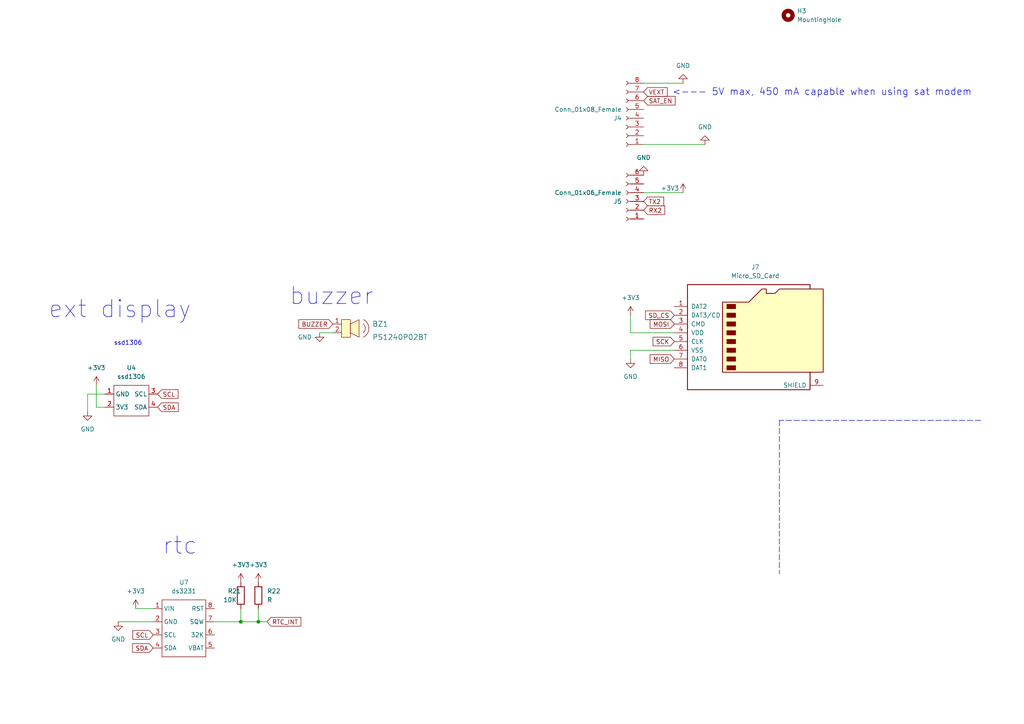
<source format=kicad_sch>
(kicad_sch (version 20211123) (generator eeschema)
  (paper "A4")
  (junction (at -270.51 30.48))
  (junction (at 35.56 -54.61))
  (junction (at 69.85 180.34))
  (junction (at -205.74 -55.88))
  (junction (at -269.24 46.99))
  (junction (at -50.165 -134.62))
  (junction (at -117.475 -132.08))
  (junction (at -270.51 38.1))
  (junction (at -58.42 6.35))
  (junction (at 43.18 -54.61))
  (junction (at 43.18 -46.99))
  (junction (at -143.51 -124.46))
  (junction (at -42.545 -134.62))
  (junction (at -58.42 17.78))
  (junction (at 74.93 180.34))
  (junction (at -58.42 25.4))
  (junction (at -123.825 -132.08))
  (junction (at -113.03 -155.575))
  (junction (at -143.51 -132.08))
  (junction (at -205.74 -48.26))
  (junction (at -157.48 -124.46))
  (junction (at 35.56 -46.99))
  (junction (at -135.89 -54.61))
  (junction (at -179.705 -132.08))
  (junction (at -269.24 54.61))
  (junction (at -135.89 -46.99))
  (junction (at -58.42 13.97))
  (junction (at -42.545 -129.54))
  (junction (at -107.315 -132.08))
  (junction (at -50.165 -129.54))
  (junction (at -58.42 15.875))
  (junction (at -36.195 -129.54))
  (wire (pts (xy -77.47 71.12) (xy -59.69 71.12)))
  (wire (pts (xy -269.24 46.99) (xy -260.35 46.99)))
  (wire (pts (xy 35.56 -46.99) (xy 35.56 -43.18)))
  (wire (pts (xy -123.825 -132.08) (xy -117.475 -132.08)))
  (wire (pts (xy -58.42 3.81) (xy -58.42 6.35)))
  (wire (pts (xy -276.86 46.99) (xy -269.24 46.99)))
  (wire (pts (xy 43.18 -46.99) (xy 43.18 -43.18)))
  (wire (pts (xy -113.03 -159.385) (xy -113.03 -155.575)))
  (wire (pts (xy 195.58 96.52) (xy 182.88 96.52)))
  (wire (pts (xy 92.71 96.52) (xy 96.52 96.52)))
  (wire (pts (xy -276.86 54.61) (xy -269.24 54.61)))
  (wire (pts (xy 62.23 180.34) (xy 69.85 180.34)))
  (wire (pts (xy -36.195 -134.62) (xy -36.195 -129.54)))
  (wire (pts (xy -58.42 13.97) (xy -58.42 15.875)))
  (wire (pts (xy -66.675 -138.43) (xy -66.675 -128.27)))
  (wire (pts (xy -42.545 -143.51) (xy -42.545 -134.62)))
  (wire (pts (xy -135.89 -54.61) (xy -125.73 -54.61)))
  (wire (pts (xy -246.38 107.95) (xy -237.49 107.95)))
  (wire (pts (xy -58.42 25.4) (xy -58.42 29.21)))
  (wire (pts (xy -278.13 38.1) (xy -270.51 38.1)))
  (wire (pts (xy -205.74 -48.26) (xy -198.12 -48.26)))
  (wire (pts (xy 27.94 111.76) (xy 27.94 118.11)))
  (wire (pts (xy -109.855 0.635) (xy -109.855 -0.635)))
  (wire (pts (xy 43.18 -46.99) (xy 53.34 -46.99)))
  (wire (pts (xy -199.39 -132.08) (xy -179.705 -132.08)))
  (wire (pts (xy -149.86 -132.08) (xy -143.51 -132.08)))
  (wire (pts (xy -135.89 -57.15) (xy -135.89 -54.61)))
  (wire (pts (xy -66.04 25.4) (xy -58.42 25.4)))
  (wire (pts (xy 74.93 180.34) (xy 77.47 180.34)))
  (wire (pts (xy -162.56 128.905) (xy -162.56 135.89)))
  (wire (pts (xy -270.51 30.48) (xy -261.62 30.48)))
  (wire (pts (xy -278.13 30.48) (xy -270.51 30.48)))
  (wire (pts (xy 198.12 55.88) (xy 186.69 55.88)))
  (wire (pts (xy -135.89 -46.99) (xy -125.73 -46.99)))
  (wire (pts (xy -117.475 -155.575) (xy -117.475 -143.51)))
  (wire (pts (xy -210.82 -48.26) (xy -205.74 -48.26)))
  (wire (pts (xy -107.315 -155.575) (xy -107.315 -151.13)))
  (wire (pts (xy -179.705 -124.46) (xy -157.48 -124.46)))
  (wire (pts (xy -104.775 0.635) (xy -109.855 0.635)))
  (wire (pts (xy 34.29 180.34) (xy 44.45 180.34)))
  (wire (pts (xy -107.315 -132.08) (xy -93.98 -132.08)))
  (polyline (pts (xy 284.48 121.92) (xy 226.06 121.92)))
  (wire (pts (xy 43.18 -57.15) (xy 43.18 -54.61)))
  (wire (pts (xy -205.74 -55.88) (xy -198.12 -55.88)))
  (wire (pts (xy -107.315 -140.97) (xy -107.315 -132.08)))
  (wire (pts (xy -42.545 -129.54) (xy -42.545 -118.11)))
  (wire (pts (xy -88.265 15.875) (xy -58.42 15.875)))
  (wire (pts (xy 25.4 114.3) (xy 25.4 119.38)))
  (wire (pts (xy -212.09 -55.88) (xy -205.74 -55.88)))
  (wire (pts (xy -66.04 13.97) (xy -58.42 13.97)))
  (wire (pts (xy 74.93 180.34) (xy 74.93 176.53)))
  (wire (pts (xy -237.49 105.41) (xy -237.49 107.95)))
  (wire (pts (xy 30.48 114.3) (xy 25.4 114.3)))
  (wire (pts (xy 35.56 -57.15) (xy 35.56 -54.61)))
  (wire (pts (xy -116.205 4.445) (xy -104.775 4.445)))
  (wire (pts (xy 30.48 118.11) (xy 27.94 118.11)))
  (wire (pts (xy -117.475 -155.575) (xy -113.03 -155.575)))
  (wire (pts (xy 69.85 176.53) (xy 69.85 180.34)))
  (wire (pts (xy -113.03 -155.575) (xy -107.315 -155.575)))
  (wire (pts (xy -50.165 -143.51) (xy -50.165 -134.62)))
  (wire (pts (xy 182.88 101.6) (xy 182.88 104.14)))
  (wire (pts (xy -36.195 -129.54) (xy -36.195 -127)))
  (wire (pts (xy -163.83 -1.905) (xy -163.83 3.81)))
  (wire (pts (xy 43.18 -54.61) (xy 53.34 -54.61)))
  (wire (pts (xy 39.37 176.53) (xy 44.45 176.53)))
  (wire (pts (xy -72.39 73.66) (xy -59.69 73.66)))
  (wire (pts (xy -58.42 15.875) (xy -58.42 17.78)))
  (wire (pts (xy -143.51 -132.08) (xy -123.825 -132.08)))
  (wire (pts (xy 186.69 24.13) (xy 198.12 24.13)))
  (wire (pts (xy -42.545 -134.62) (xy -36.195 -134.62)))
  (wire (pts (xy -100.33 -128.27) (xy -93.98 -128.27)))
  (wire (pts (xy -117.475 -132.08) (xy -107.315 -132.08)))
  (wire (pts (xy -77.47 -132.08) (xy -60.325 -132.08)))
  (wire (pts (xy -77.47 -128.27) (xy -66.675 -128.27)))
  (wire (pts (xy -117.475 -135.89) (xy -117.475 -132.08)))
  (wire (pts (xy 195.58 101.6) (xy 182.88 101.6)))
  (wire (pts (xy -165.1 -132.08) (xy -179.705 -132.08)))
  (wire (pts (xy 204.47 41.91) (xy 186.69 41.91)))
  (wire (pts (xy 27.94 -54.61) (xy 35.56 -54.61)))
  (wire (pts (xy -162.56 135.89) (xy -149.86 135.89)))
  (wire (pts (xy -50.165 -129.54) (xy -50.165 -118.11)))
  (wire (pts (xy -42.545 -129.54) (xy -36.195 -129.54)))
  (wire (pts (xy -157.48 -124.46) (xy -143.51 -124.46)))
  (wire (pts (xy 182.88 96.52) (xy 182.88 91.44)))
  (wire (pts (xy -66.04 17.78) (xy -58.42 17.78)))
  (wire (pts (xy -170.18 130.81) (xy -149.86 130.81)))
  (wire (pts (xy 69.85 180.34) (xy 74.93 180.34)))
  (wire (pts (xy -66.04 6.35) (xy -58.42 6.35)))
  (wire (pts (xy 27.94 -46.99) (xy 35.56 -46.99)))
  (polyline (pts (xy 226.06 121.92) (xy 226.06 166.37)))
  (wire (pts (xy -55.88 -74.295) (xy -44.45 -74.295)))
  (wire (pts (xy -143.51 -124.46) (xy -123.825 -124.46)))
  (text "buzzer" (at 83.82 88.9 0) (effects (font (size 5 5)) (justify left bottom)))
  (text "pull-downs" (at -284.48 17.78 0) (effects (font (size 5 5)) (justify left bottom)))
  (text "vext measure" (at -100.965 -11.43 0) (effects (font (size 5 5)) (justify left bottom)))
  (text "gps" (at -148.59 114.3 0) (effects (font (size 5 5)) (justify left bottom)))
  (text "lora" (at -270.51 88.9 0) (effects (font (size 5 5)) (justify left bottom)))
  (text "<--- 5V max, 450 mA capable when using sat modem" (at 194.945 27.94 0) (effects (font (size 2 2)) (justify left bottom)))
  (text "onewire" (at -231.14 -66.04 0) (effects (font (size 5 5)) (justify left bottom)))
  (text "on/off" (at -215.9 -143.51 0) (effects (font (size 5 5)) (justify left bottom)))
  (text "i2c pullups" (at 16.51 -66.04 0) (effects (font (size 5 5)) (justify left bottom)))
  (text "external LED" (at -152.4 -63.5 0) (effects (font (size 5 5)) (justify left bottom)))
  (text "depth_sensor" (at -81.28 62.23 0) (effects (font (size 5 5)) (justify left bottom)))
  (text "low power timer" (at -98.425 -152.4 0) (effects (font (size 5 5)) (justify left bottom)))
  (text "ext power" (at 156.21 -144.78 0) (effects (font (size 5 5)) (justify left bottom)))
  (text "ext display" (at 13.97 92.71 0) (effects (font (size 5 5)) (justify left bottom)))
  (text "breakout" (at -60.96 -85.725 0) (effects (font (size 5 5)) (justify left bottom)))
  (text "ssd1306" (at 33.02 100.33 0) (effects (font (size 1.27 1.27)) (justify left bottom)))
  (text "3.3V LDO" (at -167.64 -144.145 0) (effects (font (size 5 5)) (justify left bottom)))
  (text "rtc" (at 46.99 161.29 0) (effects (font (size 5 5)) (justify left bottom)))
  (global_label "RX2" (shape input) (at -179.07 24.13 180) (property "Intersheet References" "${INTERSHEET_REFS}" (effects hide)))
  (global_label "GPS_RST" (shape input) (at -153.67 34.29 0) (property "Intersheet References" "${INTERSHEET_REFS}" (effects hide)))
  (global_label "SCL" (shape input) (at 44.45 184.15 180) (property "Intersheet References" "${INTERSHEET_REFS}" (effects hide)))
  (global_label "VEXT" (shape input) (at -44.45 -48.895 180) (property "Intersheet References" "${INTERSHEET_REFS}" (effects hide)))
  (global_label "SAT_EN" (shape input) (at -261.62 30.48 0) (property "Intersheet References" "${INTERSHEET_REFS}" (effects hide)))
  (global_label "ONEWIRE" (shape input) (at -179.07 13.97 180) (property "Intersheet References" "${INTERSHEET_REFS}" (effects hide)))
  (global_label "MISO" (shape input) (at -179.07 41.91 180) (property "Intersheet References" "${INTERSHEET_REFS}" (effects hide)))
  (global_label "SD_CS" (shape input) (at -179.07 21.59 180) (property "Intersheet References" "${INTERSHEET_REFS}" (effects hide)))
  (global_label "SCL" (shape input) (at 43.18 -43.18 0) (property "Intersheet References" "${INTERSHEET_REFS}" (effects hide)))
  (global_label "SCL" (shape input) (at -104.775 8.255 180) (property "Intersheet References" "${INTERSHEET_REFS}" (effects hide)))
  (global_label "GND_1" (shape input) (at -132.08 138.43 0) (property "Intersheet References" "${INTERSHEET_REFS}" (effects hide)))
  (global_label "SCL" (shape input) (at 45.72 114.3 0) (property "Intersheet References" "${INTERSHEET_REFS}" (effects hide)))
  (global_label "ADS_2" (shape input) (at -44.45 -53.975 180) (property "Intersheet References" "${INTERSHEET_REFS}" (effects hide)))
  (global_label "VEXT" (shape input) (at -58.42 3.81 90) (property "Intersheet References" "${INTERSHEET_REFS}" (effects hide)))
  (global_label "RX2" (shape input) (at 186.69 60.96 0) (property "Intersheet References" "${INTERSHEET_REFS}" (effects hide)))
  (global_label "SDA" (shape input) (at 35.56 -43.18 180) (property "Intersheet References" "${INTERSHEET_REFS}" (effects hide)))
  (global_label "VEXT" (shape input) (at 175.26 -138.43 180) (property "Intersheet References" "${INTERSHEET_REFS}" (effects hide)))
  (global_label "MISO" (shape input) (at 195.58 104.14 180) (property "Intersheet References" "${INTERSHEET_REFS}" (effects hide)))
  (global_label "SDA" (shape input) (at -132.08 133.35 0) (property "Intersheet References" "${INTERSHEET_REFS}" (effects hide)))
  (global_label "A0" (shape input) (at -44.45 -71.755 180) (property "Intersheet References" "${INTERSHEET_REFS}" (effects hide)))
  (global_label "RTC_INT" (shape input) (at 77.47 180.34 0) (property "Intersheet References" "${INTERSHEET_REFS}" (effects hide)))
  (global_label "TX2" (shape input) (at -179.07 26.67 180) (property "Intersheet References" "${INTERSHEET_REFS}" (effects hide)))
  (global_label "SCK" (shape input) (at -271.78 107.95 180) (property "Intersheet References" "${INTERSHEET_REFS}" (effects hide)))
  (global_label "TX2" (shape input) (at 186.69 58.42 0) (property "Intersheet References" "${INTERSHEET_REFS}" (effects hide)))
  (global_label "LED" (shape input) (at -179.07 29.21 180) (property "Intersheet References" "${INTERSHEET_REFS}" (effects hide)))
  (global_label "DONE" (shape input) (at -153.67 36.83 0) (property "Intersheet References" "${INTERSHEET_REFS}" (effects hide)))
  (global_label "MOSI" (shape input) (at -179.07 39.37 180) (property "Intersheet References" "${INTERSHEET_REFS}" (effects hide)))
  (global_label "ONEWIRE" (shape input) (at -210.82 -48.26 180) (property "Intersheet References" "${INTERSHEET_REFS}" (effects hide)))
  (global_label "BUZZER" (shape input) (at -153.67 41.91 0) (property "Intersheet References" "${INTERSHEET_REFS}" (effects hide)))
  (global_label "ONEWIRE" (shape input) (at -203.2 -34.29 180) (property "Intersheet References" "${INTERSHEET_REFS}" (effects hide)))
  (global_label "SCK" (shape input) (at -179.07 36.83 180) (property "Intersheet References" "${INTERSHEET_REFS}" (effects hide)))
  (global_label "MOSI" (shape input) (at 195.58 93.98 180) (property "Intersheet References" "${INTERSHEET_REFS}" (effects hide)))
  (global_label "TX" (shape input) (at -59.69 78.74 180) (property "Intersheet References" "${INTERSHEET_REFS}" (effects hide)))
  (global_label "LORA_CS" (shape input) (at -271.78 115.57 180) (property "Intersheet References" "${INTERSHEET_REFS}" (effects hide)))
  (global_label "EN" (shape input) (at -153.67 21.59 0) (property "Intersheet References" "${INTERSHEET_REFS}" (effects hide)))
  (global_label "LED" (shape input) (at -135.89 -57.15 180) (property "Intersheet References" "${INTERSHEET_REFS}" (effects hide)))
  (global_label "A0" (shape input) (at -153.67 29.21 0) (property "Intersheet References" "${INTERSHEET_REFS}" (effects hide)))
  (global_label "ADS_1" (shape input) (at -44.45 -56.515 180) (property "Intersheet References" "${INTERSHEET_REFS}" (effects hide)))
  (global_label "DONE" (shape input) (at -77.47 -124.46 0) (property "Intersheet References" "${INTERSHEET_REFS}" (effects hide)))
  (global_label "ADS_1" (shape input) (at -88.265 12.065 0) (property "Intersheet References" "${INTERSHEET_REFS}" (effects hide)))
  (global_label "GPS_RST" (shape input) (at -44.45 -66.675 180) (property "Intersheet References" "${INTERSHEET_REFS}" (effects hide)))
  (global_label "ADS_2" (shape input) (at -88.265 8.255 0) (property "Intersheet References" "${INTERSHEET_REFS}" (effects hide)))
  (global_label "VEXT" (shape input) (at -209.55 -129.54 180) (property "Intersheet References" "${INTERSHEET_REFS}" (effects hide)))
  (global_label "DONE" (shape input) (at -44.45 -64.135 180) (property "Intersheet References" "${INTERSHEET_REFS}" (effects hide)))
  (global_label "RX" (shape input) (at -59.69 76.2 180) (property "Intersheet References" "${INTERSHEET_REFS}" (effects hide)))
  (global_label "GPS_RST" (shape input) (at -132.08 130.81 0) (property "Intersheet References" "${INTERSHEET_REFS}" (effects hide)))
  (global_label "SAT_EN" (shape input) (at 186.69 29.21 0) (property "Intersheet References" "${INTERSHEET_REFS}" (effects hide)))
  (global_label "RX" (shape input) (at -179.07 46.99 180) (property "Intersheet References" "${INTERSHEET_REFS}" (effects hide)))
  (global_label "TX" (shape input) (at -179.07 49.53 180) (property "Intersheet References" "${INTERSHEET_REFS}" (effects hide)))
  (global_label "LORA_RST" (shape input) (at -271.78 120.65 180) (property "Intersheet References" "${INTERSHEET_REFS}" (effects hide)))
  (global_label "SAT_EN" (shape input) (at -153.67 31.75 0) (property "Intersheet References" "${INTERSHEET_REFS}" (effects hide)))
  (global_label "MOSI" (shape input) (at -271.78 110.49 180) (property "Intersheet References" "${INTERSHEET_REFS}" (effects hide)))
  (global_label "BUZZER" (shape input) (at 96.52 93.98 180) (property "Intersheet References" "${INTERSHEET_REFS}" (effects hide)))
  (global_label "SCL" (shape input) (at -132.08 135.89 0) (property "Intersheet References" "${INTERSHEET_REFS}" (effects hide)))
  (global_label "ADS_3" (shape input) (at -44.45 -51.435 180) (property "Intersheet References" "${INTERSHEET_REFS}" (effects hide)))
  (global_label "SDA" (shape input) (at 45.72 118.11 0) (property "Intersheet References" "${INTERSHEET_REFS}" (effects hide)))
  (global_label "LORA_RST" (shape input) (at -179.07 19.05 180) (property "Intersheet References" "${INTERSHEET_REFS}" (effects hide)))
  (global_label "SCK" (shape input) (at 195.58 99.06 180) (property "Intersheet References" "${INTERSHEET_REFS}" (effects hide)))
  (global_label "RTC_INT" (shape input) (at -153.67 39.37 0) (property "Intersheet References" "${INTERSHEET_REFS}" (effects hide)))
  (global_label "LORA_CS" (shape input) (at -179.07 16.51 180) (property "Intersheet References" "${INTERSHEET_REFS}" (effects hide)))
  (global_label "DONE" (shape input) (at -260.35 46.99 0) (property "Intersheet References" "${INTERSHEET_REFS}" (effects hide)))
  (global_label "VEXT" (shape input) (at 186.69 26.67 0) (property "Intersheet References" "${INTERSHEET_REFS}" (effects hide)))
  (global_label "MISO" (shape input) (at -271.78 113.03 180) (property "Intersheet References" "${INTERSHEET_REFS}" (effects hide)))
  (global_label "SDA" (shape input) (at -104.775 12.065 180) (property "Intersheet References" "${INTERSHEET_REFS}" (effects hide)))
  (global_label "SCL" (shape input) (at -179.07 57.15 180) (property "Intersheet References" "${INTERSHEET_REFS}" (effects hide)))
  (global_label "SDA" (shape input) (at -179.07 54.61 180) (property "Intersheet References" "${INTERSHEET_REFS}" (effects hide)))
  (global_label "BUZZER" (shape input) (at -44.45 -59.055 180) (property "Intersheet References" "${INTERSHEET_REFS}" (effects hide)))
  (global_label "SDA" (shape input) (at 44.45 187.96 180) (property "Intersheet References" "${INTERSHEET_REFS}" (effects hide)))
  (global_label "RTC_INT" (shape input) (at -44.45 -61.595 180) (property "Intersheet References" "${INTERSHEET_REFS}" (effects hide)))
  (global_label "SAT_EN" (shape input) (at -44.45 -69.215 180) (property "Intersheet References" "${INTERSHEET_REFS}" (effects hide)))
  (global_label "SD_CS" (shape input) (at 195.58 91.44 180) (property "Intersheet References" "${INTERSHEET_REFS}" (effects hide)))
  (global_label "ADS_3" (shape input) (at -88.265 4.445 0) (property "Intersheet References" "${INTERSHEET_REFS}" (effects hide)))
  (symbol (lib_id "power:GND") (at -58.42 29.21 0) (unit 1)
    (property "Reference" "#PWR019" (effects hide))
    (property "Value" "GND" (at -64.77 30.48 0) (effects (justify left)))
  )
  (symbol (lib_id "Connector:Conn_01x06_Female") (at 181.61 58.42 180) (unit 1)
    (property "Reference" "J5" (at 180.34 58.4201 0) (effects (justify left)))
    (property "Value" "Conn_01x06_Female" (at 180.34 55.8801 0) (effects (justify left)))
    (property "Footprint" "Connector_PinSocket_2.54mm:PinSocket_1x06_P2.54mm_Vertical" (effects hide))
  )
  (symbol (lib_id "Jumper:Jumper_2_Open") (at -107.315 -146.05 90) (unit 1)
    (property "Reference" "JP1" (at -104.14 -147.3201 90) (effects (justify right)))
    (property "Value" "Jumper_2_Open" (at -104.14 -144.7801 90) (effects (justify right)))
    (property "Footprint" "Connector_PinHeader_2.54mm:PinHeader_1x02_P2.54mm_Vertical" (effects hide))
  )
  (symbol (lib_id "power:+3V3") (at -72.39 73.66 0) (unit 1)
    (property "Reference" "#PWR027" (effects hide))
    (property "Value" "+3V3" (at -72.39 68.58 0))
  )
  (symbol (lib_id "dk_PMIC-Voltage-Regulators-Linear:MCP1700-3302E_TO") (at -157.48 -132.08 0) (unit 1)
    (property "Reference" "U2" (at -157.48 -139.065 0) (effects (font (size 1.524 1.524))))
    (property "Value" "MCP1700-3302E_TO" (at -158.115 -139.065 0) (effects (font (size 1.524 1.524))))
    (property "Footprint" "digikey-footprints:TO-92-3" (effects hide))
    (property "Datasheet" "http://www.microchip.com/mymicrochip/filehandler.aspx?ddocname=en011779" (effects hide))
    (property "Digi-Key_PN" "MCP1700-3302E/TO-ND" (effects hide))
    (property "MPN" "MCP1700-3302E/TO" (effects hide))
    (property "Category" "Integrated Circuits (ICs)" (effects hide))
    (property "Family" "PMIC - Voltage Regulators - Linear" (effects hide))
    (property "DK_Datasheet_Link" "http://www.microchip.com/mymicrochip/filehandler.aspx?ddocname=en011779" (effects hide))
    (property "DK_Detail_Page" "/product-detail/en/microchip-technology/MCP1700-3302E-TO/MCP1700-3302E-TO-ND/652680" (effects hide))
    (property "Description" "IC REG LINEAR 3.3V 250MA TO92-3" (effects hide))
    (property "Manufacturer" "Microchip Technology" (effects hide))
    (property "Status" "Active" (effects hide))
  )
  (symbol (lib_id "power:GND") (at -170.18 130.81 0) (unit 1)
    (property "Reference" "#PWR039" (effects hide))
    (property "Value" "GND" (at -170.18 135.89 0))
  )
  (symbol (lib_id "power:+3V3") (at 27.94 111.76 0) (unit 1)
    (property "Reference" "#PWR033" (effects hide))
    (property "Value" "+3V3" (at 27.94 106.68 0))
  )
  (symbol (lib_id "MCU_Module:Adafruit_Feather_M0_Express") (at -166.37 34.29 0) (unit 1)
    (property "Reference" "A1" (at -164.3506 67.31 0) (effects (justify left)))
    (property "Value" "Adafruit_Feather_M0_Express" (at -164.3506 69.85 0) (effects (justify left)))
    (property "Footprint" "Module:Adafruit_Feather" (effects hide))
    (property "Datasheet" "https://cdn-learn.adafruit.com/downloads/pdf/adafruit-feather-m0-express-designed-for-circuit-python-circuitpython.pdf" (effects hide))
  )
  (symbol (lib_id "Connector:Micro_SD_Card") (at 218.44 96.52 0) (unit 1)
    (property "Reference" "J7" (at 219.075 77.47 0))
    (property "Value" "Micro_SD_Card" (at 219.075 80.01 0))
    (property "Footprint" "footprints:DM3D-SF_outline" (effects hide))
    (property "Datasheet" "http://katalog.we-online.de/em/datasheet/693072010801.pdf" (effects hide))
  )
  (symbol (lib_id "power:+3V3") (at -163.83 -1.905 0) (unit 1)
    (property "Reference" "#PWR015" (effects hide))
    (property "Value" "+3V3" (at -163.83 -6.985 0))
  )
  (symbol (lib_id "Device:R") (at -58.42 10.16 0) (unit 1)
    (property "Reference" "R14" (at -55.88 8.89 0) (effects (justify left)))
    (property "Value" "100K" (at -56.515 11.43 0) (effects (justify left)))
    (property "Footprint" "Resistor_SMD:R_0603_1608Metric_Pad0.98x0.95mm_HandSolder" (effects hide))
  )
  (symbol (lib_id "power:+3V3") (at -203.2 -36.83 0) (unit 1)
    (property "Reference" "#PWR013" (effects hide))
    (property "Value" "+3V3" (at -203.2 -41.91 0))
  )
  (symbol (lib_name "GND_2") (lib_id "power:GND") (at 182.88 104.14 0) (unit 1)
    (property "Reference" "#PWR031" (effects hide))
    (property "Value" "GND" (at 182.88 109.22 0))
  )
  (symbol (lib_id "power:GND") (at -261.62 130.81 0) (unit 1)
    (property "Reference" "#PWR036" (effects hide))
    (property "Value" "GND" (at -261.62 135.89 0))
  )
  (symbol (lib_id "Mechanical:MountingHole") (at 228.6 4.445 0) (unit 1)
    (property "Reference" "H3" (at 231.14 3.1749 0) (effects (justify left)))
    (property "Value" "MountingHole" (at 231.14 5.7149 0) (effects (justify left)))
    (property "Footprint" "MountingHole:MountingHole_3.2mm_M3" (effects hide))
  )
  (symbol (lib_id "Mechanical:MountingHole") (at 218.44 -15.875 0) (unit 1)
    (property "Reference" "H1" (at 220.98 -17.1451 0) (effects (justify left)))
    (property "Value" "MountingHole" (at 220.98 -14.6051 0) (effects (justify left)))
    (property "Footprint" "MountingHole:MountingHole_3.2mm_M3" (effects hide))
  )
  (symbol (lib_id "Connector:Screw_Terminal_01x03") (at -198.12 -34.29 0) (unit 1)
    (property "Reference" "J3" (at -195.58 -35.5601 0) (effects (justify left)))
    (property "Value" "Screw_Terminal_01x03" (at -195.58 -33.0201 0) (effects (justify left)))
    (property "Footprint" "TerminalBlock_Phoenix:TerminalBlock_Phoenix_PT-1,5-3-5.0-H_1x03_P5.00mm_Horizontal" (effects hide))
  )
  (symbol (lib_id "Device:R") (at 43.18 -50.8 0) (unit 1)
    (property "Reference" "R11" (at 45.72 -52.0701 0) (effects (justify left)))
    (property "Value" "4.7K" (at 45.72 -49.5301 0) (effects (justify left)))
    (property "Footprint" "Resistor_SMD:R_0603_1608Metric_Pad0.98x0.95mm_HandSolder" (effects hide))
  )
  (symbol (lib_id "Device:R") (at -278.13 34.29 0) (unit 1)
    (property "Reference" "R17" (at -283.21 33.02 0) (effects (justify left)))
    (property "Value" "4.7K" (at -284.48 35.56 0) (effects (justify left)))
    (property "Footprint" "Resistor_THT:R_Axial_DIN0204_L3.6mm_D1.6mm_P7.62mm_Horizontal" (effects hide))
  )
  (symbol (lib_id "Device:R") (at 35.56 -50.8 0) (unit 1)
    (property "Reference" "R10" (at 38.1 -52.0701 0) (effects (justify left)))
    (property "Value" "4.7K" (at 38.1 -49.5301 0) (effects (justify left)))
    (property "Footprint" "Resistor_SMD:R_0603_1608Metric_Pad0.98x0.95mm_HandSolder" (effects hide))
  )
  (symbol (lib_id "Connector:Screw_Terminal_01x02") (at 180.34 -138.43 0) (unit 1)
    (property "Reference" "J1" (at 182.88 -138.4301 0) (effects (justify left)))
    (property "Value" "Screw_Terminal_01x02" (at 182.88 -135.8901 0) (effects (justify left)))
    (property "Footprint" "TerminalBlock_Phoenix:TerminalBlock_Phoenix_PT-1,5-2-5.0-H_1x02_P5.00mm_Horizontal" (effects hide))
  )
  (symbol (lib_id "Device:R") (at -66.04 10.16 0) (unit 1)
    (property "Reference" "R13" (at -70.485 8.89 0) (effects (justify left)))
    (property "Value" "100K" (at -72.39 12.065 0) (effects (justify left)))
    (property "Footprint" "Resistor_THT:R_Axial_DIN0204_L3.6mm_D1.6mm_P7.62mm_Horizontal" (effects hide))
  )
  (symbol (lib_name "GND_2") (lib_id "power:GND") (at 198.12 24.13 180) (unit 1)
    (property "Reference" "#PWR018" (effects hide))
    (property "Value" "GND" (at 198.12 19.05 0))
  )
  (symbol (lib_name "GND_2") (lib_id "power:GND") (at 186.69 50.8 180) (unit 1)
    (property "Reference" "#PWR022" (effects hide))
    (property "Value" "GND" (at 186.69 45.72 0))
  )
  (symbol (lib_id "power:GND") (at -259.08 130.81 0) (unit 1)
    (property "Reference" "#PWR037" (effects hide))
    (property "Value" "GND" (at -259.08 135.89 0))
  )
  (symbol (lib_id "Device:C_Polarized") (at -179.705 -128.27 0) (unit 1)
    (property "Reference" "C1" (at -175.26 -130.4291 0) (effects (justify left)))
    (property "Value" "0.1uF" (at -175.26 -127.8891 0) (effects (justify left)))
    (property "Footprint" "Capacitor_THT:CP_Radial_Tantal_D4.5mm_P2.50mm" (effects hide))
  )
  (symbol (lib_id "Device:R") (at 69.85 172.72 0) (unit 1)
    (property "Reference" "R21" (at 66.04 171.45 0) (effects (justify left)))
    (property "Value" "10K" (at 64.77 173.99 0) (effects (justify left)))
    (property "Footprint" "Resistor_SMD:R_0603_1608Metric_Pad0.98x0.95mm_HandSolder" (effects hide))
  )
  (symbol (lib_name "GND_6") (lib_id "power:GND") (at 34.29 180.34 0) (unit 1)
    (property "Reference" "#PWR043" (effects hide))
    (property "Value" "GND" (at 34.29 185.42 0))
  )
  (symbol (lib_id "Device:R") (at -270.51 34.29 0) (unit 1)
    (property "Reference" "R18" (at -267.97 33.0199 0) (effects (justify left)))
    (property "Value" "4.7K" (at -267.97 35.5599 0) (effects (justify left)))
    (property "Footprint" "Resistor_SMD:R_0603_1608Metric_Pad0.98x0.95mm_HandSolder" (effects hide))
  )
  (symbol (lib_id "Device:R") (at -46.355 -129.54 270) (unit 1)
    (property "Reference" "R3" (at -46.355 -115.57 90))
    (property "Value" "4.7K" (at -46.355 -124.46 90))
    (property "Footprint" "Resistor_SMD:R_0603_1608Metric_Pad0.98x0.95mm_HandSolder" (effects hide))
  )
  (symbol (lib_id "power:+3V3") (at 69.85 168.91 0) (unit 1)
    (property "Reference" "#PWR040" (effects hide))
    (property "Value" "+3V3" (at 69.85 163.83 0))
  )
  (symbol (lib_id "power:GND") (at -203.2 -31.75 0) (unit 1)
    (property "Reference" "#PWR014" (effects hide))
    (property "Value" "GND" (at -203.2 -26.67 0))
  )
  (symbol (lib_id "Device:R") (at -135.89 -50.8 0) (unit 1)
    (property "Reference" "R7" (at -133.35 -52.0701 0) (effects (justify left)))
    (property "Value" "4.7K" (at -133.35 -49.5301 0) (effects (justify left)))
    (property "Footprint" "Resistor_THT:R_Axial_DIN0204_L3.6mm_D1.6mm_P7.62mm_Horizontal" (effects hide))
  )
  (symbol (lib_id "power:GND") (at -234.95 105.41 0) (unit 1)
    (property "Reference" "#PWR032" (effects hide))
    (property "Value" "GND" (at -234.95 110.49 0))
  )
  (symbol (lib_name "GND_11") (lib_id "power:GND") (at 25.4 119.38 0) (unit 1)
    (property "Reference" "#PWR034" (effects hide))
    (property "Value" "GND" (at 25.4 124.46 0))
  )
  (symbol (lib_id "Device:R") (at -198.12 -52.07 0) (unit 1)
    (property "Reference" "R6" (at -195.58 -53.3401 0) (effects (justify left)))
    (property "Value" "4.7K" (at -195.58 -50.8001 0) (effects (justify left)))
    (property "Footprint" "Resistor_SMD:R_0603_1608Metric_Pad0.98x0.95mm_HandSolder" (effects hide))
  )
  (symbol (lib_id "sweet-p:Adafruit-Mini-GPS") (at -137.16 138.43 0) (unit 1)
    (property "Reference" "U6" (at -140.97 123.19 0))
    (property "Value" "Adafruit-Mini-GPS" (at -140.97 125.73 0))
    (property "Footprint" "gps:adafruit_mini_gps" (effects hide))
  )
  (symbol (lib_id "dk_Slide-Switches:EG1218") (at -204.47 -129.54 0) (unit 1)
    (property "Reference" "S2" (at -204.2668 -137.16 0))
    (property "Value" "EG1218" (at -204.2668 -134.62 0))
    (property "Footprint" "digikey-footprints:Switch_Slide_11.6x4mm_EG1218" (effects hide))
    (property "Datasheet" "http://spec_sheets.e-switch.com/specs/P040040.pdf" (effects hide))
    (property "Digi-Key_PN" "EG1903-ND" (effects hide))
    (property "MPN" "EG1218" (effects hide))
    (property "Category" "Switches" (effects hide))
    (property "Family" "Slide Switches" (effects hide))
    (property "DK_Datasheet_Link" "http://spec_sheets.e-switch.com/specs/P040040.pdf" (effects hide))
    (property "DK_Detail_Page" "/product-detail/en/e-switch/EG1218/EG1903-ND/101726" (effects hide))
    (property "Description" "SWITCH SLIDE SPDT 200MA 30V" (effects hide))
    (property "Manufacturer" "E-Switch" (effects hide))
    (property "Status" "Active" (effects hide))
  )
  (symbol (lib_id "power:GND") (at -166.37 67.31 0) (unit 1)
    (property "Reference" "#PWR025" (effects hide))
    (property "Value" "GND" (at -166.37 72.39 0))
  )
  (symbol (lib_id "Device:R") (at -276.86 50.8 0) (unit 1)
    (property "Reference" "R19" (at -281.94 49.53 0) (effects (justify left)))
    (property "Value" "330" (at -283.21 52.07 0) (effects (justify left)))
    (property "Footprint" "Resistor_THT:R_Axial_DIN0204_L3.6mm_D1.6mm_P7.62mm_Horizontal" (effects hide))
  )
  (symbol (lib_id "power:GND") (at -270.51 38.1 0) (unit 1)
    (property "Reference" "#PWR020" (effects hide))
    (property "Value" "GND" (at -270.51 43.18 0))
  )
  (symbol (lib_id "dk_Slide-Switches:EG1218") (at -55.245 -132.08 0) (unit 1)
    (property "Reference" "S1" (at -55.0418 -139.7 0))
    (property "Value" "EG1218" (at -55.0418 -137.16 0))
    (property "Footprint" "digikey-footprints:Switch_Slide_11.6x4mm_EG1218" (effects hide))
    (property "Datasheet" "http://spec_sheets.e-switch.com/specs/P040040.pdf" (effects hide))
    (property "Digi-Key_PN" "EG1903-ND" (effects hide))
    (property "MPN" "EG1218" (effects hide))
    (property "Category" "Switches" (effects hide))
    (property "Family" "Slide Switches" (effects hide))
    (property "DK_Datasheet_Link" "http://spec_sheets.e-switch.com/specs/P040040.pdf" (effects hide))
    (property "DK_Detail_Page" "/product-detail/en/e-switch/EG1218/EG1903-ND/101726" (effects hide))
    (property "Description" "SWITCH SLIDE SPDT 200MA 30V" (effects hide))
    (property "Manufacturer" "E-Switch" (effects hide))
    (property "Status" "Active" (effects hide))
  )
  (symbol (lib_id "power:GND") (at -256.54 130.81 0) (unit 1)
    (property "Reference" "#PWR038" (effects hide))
    (property "Value" "GND" (at -256.54 135.89 0))
  )
  (symbol (lib_id "Device:R") (at -269.24 50.8 0) (unit 1)
    (property "Reference" "R20" (at -265.43 49.5299 0) (effects (justify left)))
    (property "Value" "330" (at -265.43 52.0699 0) (effects (justify left)))
    (property "Footprint" "Resistor_SMD:R_0603_1608Metric_Pad0.98x0.95mm_HandSolder" (effects hide))
  )
  (symbol (lib_id "power:GND") (at 175.26 -135.89 0) (unit 1)
    (property "Reference" "#PWR03" (effects hide))
    (property "Value" "GND" (at 175.26 -130.81 0))
  )
  (symbol (lib_id "power:+3V3") (at -44.45 -76.835 0) (unit 1)
    (property "Reference" "#PWR07" (effects hide))
    (property "Value" "+3V3" (at -44.45 -81.915 0))
  )
  (symbol (lib_id "sweet-p:adafruit_tpl511x") (at -86.36 -133.35 0) (unit 1)
    (property "Reference" "U1" (at -85.725 -139.7 0))
    (property "Value" "adafruit_tpl511x" (at -85.725 -137.16 0))
    (property "Footprint" "footprints:adafruit_tpl511x" (effects hide))
  )
  (symbol (lib_id "sweet-p:adafruit_ads1115") (at -95.885 6.985 0) (unit 1)
    (property "Reference" "U3" (at -96.52 -5.715 0))
    (property "Value" "adafruit_ads1115" (at -96.52 -3.175 0))
    (property "Footprint" "footprints:adafruit_ads1115" (effects hide))
  )
  (symbol (lib_id "power:+3V3") (at 182.88 91.44 0) (unit 1)
    (property "Reference" "#PWR028" (effects hide))
    (property "Value" "+3V3" (at 182.88 86.36 0))
  )
  (symbol (lib_id "Device:C_Polarized") (at -123.825 -128.27 0) (unit 1)
    (property "Reference" "C3" (at -120.65 -128.27 0) (effects (justify left)))
    (property "Value" "10uF" (at -120.65 -122.555 0) (effects (justify left)))
    (property "Footprint" "Capacitor_THT:CP_Radial_Tantal_D4.5mm_P2.50mm" (effects hide))
  )
  (symbol (lib_id "power:+3V3") (at -113.03 -159.385 0) (unit 1)
    (property "Reference" "#PWR01" (effects hide))
    (property "Value" "+3V3" (at -116.84 -160.655 0))
  )
  (symbol (lib_id "Device:R") (at -46.355 -118.11 90) (unit 1)
    (property "Reference" "R4" (at -46.355 -127 90))
    (property "Value" "4.7K" (at -46.355 -113.03 90))
    (property "Footprint" "Resistor_THT:R_Axial_DIN0204_L3.6mm_D1.6mm_P7.62mm_Horizontal" (effects hide))
  )
  (symbol (lib_id "power:GND") (at -116.205 4.445 0) (unit 1)
    (property "Reference" "#PWR017" (effects hide))
    (property "Value" "GND" (at -116.205 9.525 0))
  )
  (symbol (lib_id "Connector:Conn_01x08_Female") (at 181.61 34.29 180) (unit 1)
    (property "Reference" "J4" (at 180.34 34.2901 0) (effects (justify left)))
    (property "Value" "Conn_01x08_Female" (at 180.34 31.7501 0) (effects (justify left)))
    (property "Footprint" "Connector_PinSocket_2.54mm:PinSocket_1x08_P2.54mm_Vertical" (effects hide))
  )
  (symbol (lib_id "Device:R") (at -46.355 -143.51 90) (unit 1)
    (property "Reference" "R1" (at -46.355 -148.59 90))
    (property "Value" "4.7K" (at -46.355 -146.05 90))
    (property "Footprint" "Resistor_SMD:R_0603_1608Metric_Pad0.98x0.95mm_HandSolder" (effects hide))
  )
  (symbol (lib_id "power:+3V3") (at 43.18 -57.15 0) (unit 1)
    (property "Reference" "#PWR010" (effects hide))
    (property "Value" "+3V3" (at 43.18 -62.23 0))
  )
  (symbol (lib_id "picoco2:ssd1306") (at 39.37 110.49 0) (unit 1)
    (property "Reference" "U4" (at 38.1 106.68 0))
    (property "Value" "ssd1306" (at 38.1 109.22 0))
    (property "Footprint" "footprints:ssd1306_a" (effects hide))
  )
  (symbol (lib_id "power:GND") (at -157.48 -124.46 0) (unit 1)
    (property "Reference" "#PWR06" (effects hide))
    (property "Value" "GND" (at -157.48 -119.38 0))
  )
  (symbol (lib_id "adafruit_ds3231:ds3231") (at 53.34 172.72 0) (unit 1)
    (property "Reference" "U7" (at 53.34 168.91 0))
    (property "Value" "ds3231" (at 53.34 171.45 0))
    (property "Footprint" "footprints:ds3231_adafruit_breakout" (effects hide))
  )
  (symbol (lib_id "power:+3V3") (at -66.675 -138.43 0) (unit 1)
    (property "Reference" "#PWR02" (effects hide))
    (property "Value" "+3V3" (at -70.485 -139.7 0))
  )
  (symbol (lib_id "Device:R") (at -205.74 -52.07 0) (unit 1)
    (property "Reference" "R5" (at -203.2 -53.3401 0) (effects (justify left)))
    (property "Value" "4.7K" (at -203.2 -50.8001 0) (effects (justify left)))
    (property "Footprint" "Resistor_THT:R_Axial_DIN0204_L3.6mm_D1.6mm_P7.62mm_Horizontal" (effects hide))
  )
  (symbol (lib_id "power:+3V3") (at -109.855 -0.635 0) (unit 1)
    (property "Reference" "#PWR016" (effects hide))
    (property "Value" "+3V3" (at -109.855 -5.715 0))
  )
  (symbol (lib_name "GND_2") (lib_id "power:GND") (at -100.33 -128.27 0) (unit 1)
    (property "Reference" "#PWR04" (effects hide))
    (property "Value" "GND" (at -101.6 -123.19 0) (effects (justify left)))
  )
  (symbol (lib_id "Device:R") (at 27.94 -50.8 0) (unit 1)
    (property "Reference" "R9" (at 30.48 -52.0701 0) (effects (justify left)))
    (property "Value" "4.7K" (at 30.48 -49.5301 0) (effects (justify left)))
    (property "Footprint" "Resistor_THT:R_Axial_DIN0204_L3.6mm_D1.6mm_P7.62mm_Horizontal" (effects hide))
  )
  (symbol (lib_name "GND_11") (lib_id "power:GND") (at -77.47 71.12 0) (unit 1)
    (property "Reference" "#PWR026" (effects hide))
    (property "Value" "GND" (at -77.47 76.2 0))
  )
  (symbol (lib_id "power:+3V3") (at 39.37 176.53 0) (unit 1)
    (property "Reference" "#PWR042" (effects hide))
    (property "Value" "+3V3" (at 39.37 171.45 0))
  )
  (symbol (lib_id "Connector:Screw_Terminal_01x04") (at -54.61 73.66 0) (unit 1)
    (property "Reference" "J6" (at -52.07 73.6599 0) (effects (justify left)))
    (property "Value" "Screw_Terminal_01x04" (at -52.07 76.1999 0) (effects (justify left)))
    (property "Footprint" "TerminalBlock_Phoenix:TerminalBlock_Phoenix_PT-1,5-4-5.0-H_1x04_P5.00mm_Horizontal" (effects hide))
  )
  (symbol (lib_id "power:+3V3") (at 198.12 55.88 0) (unit 1)
    (property "Reference" "#PWR024" (effects hide))
    (property "Value" "+3V3" (at 194.31 54.61 0))
  )
  (symbol (lib_id "Device:Antenna_Shield") (at -234.95 100.33 0) (mirror y) (unit 1)
    (property "Reference" "AE1" (at -238.76 98.4249 0) (effects (justify left)))
    (property "Value" "Antenna_Shield" (at -238.76 100.9649 0) (effects (justify left)))
    (property "Footprint" "digikey-footprints:RF_SMA_Vertical_5-1814832-1" (effects hide))
  )
  (symbol (lib_id "Mechanical:MountingHole") (at 228.6 -5.715 0) (unit 1)
    (property "Reference" "H2" (at 231.14 -6.9851 0) (effects (justify left)))
    (property "Value" "MountingHole" (at 231.14 -4.4451 0) (effects (justify left)))
    (property "Footprint" "MountingHole:MountingHole_3.2mm_M3" (effects hide))
  )
  (symbol (lib_id "power:GND") (at -135.89 -39.37 0) (unit 1)
    (property "Reference" "#PWR012" (effects hide))
    (property "Value" "GND" (at -138.43 -34.29 0) (effects (justify left)))
  )
  (symbol (lib_name "GND_2") (lib_id "power:GND") (at 204.47 41.91 180) (unit 1)
    (property "Reference" "#PWR021" (effects hide))
    (property "Value" "GND" (at 204.47 36.83 0))
  )
  (symbol (lib_name "GND_2") (lib_id "power:GND") (at 92.71 96.52 0) (unit 1)
    (property "Reference" "#PWR029" (effects hide))
    (property "Value" "GND" (at 86.36 97.79 0) (effects (justify left)))
  )
  (symbol (lib_id "power:GND") (at -269.24 54.61 0) (unit 1)
    (property "Reference" "#PWR023" (effects hide))
    (property "Value" "GND" (at -269.24 59.69 0))
  )
  (symbol (lib_id "power:GND") (at -55.88 -74.295 0) (unit 1)
    (property "Reference" "#PWR08" (effects hide))
    (property "Value" "GND" (at -62.23 -73.025 0) (effects (justify left)))
  )
  (symbol (lib_id "power:+3V3") (at -162.56 128.905 0) (unit 1)
    (property "Reference" "#PWR035" (effects hide))
    (property "Value" "+3V3" (at -162.56 123.825 0))
  )
  (symbol (lib_name "GND_2") (lib_id "power:GND") (at -36.195 -127 0) (unit 1)
    (property "Reference" "#PWR05" (effects hide))
    (property "Value" "GND" (at -33.655 -125.7301 0) (effects (justify left)))
  )
  (symbol (lib_id "dk_Alarms-Buzzers-and-Sirens:PS1240P02BT") (at 99.06 96.52 0) (unit 1)
    (property "Reference" "BZ1" (at 107.95 93.98 0) (effects (font (size 1.524 1.524)) (justify left)))
    (property "Value" "PS1240P02BT" (at 107.95 97.79 0) (effects (font (size 1.524 1.524)) (justify left)))
    (property "Footprint" "digikey-footprints:Piezo_Transducer_THT_PS1240P02BT" (effects hide))
    (property "Datasheet" "https://product.tdk.com/info/en/catalog/datasheets/piezoelectronic_buzzer_ps_en.pdf" (effects hide))
    (property "Digi-Key_PN" "445-2525-1-ND" (effects hide))
    (property "MPN" "PS1240P02BT" (effects hide))
    (property "Category" "Audio Products" (effects hide))
    (property "Family" "Alarms, Buzzers, and Sirens" (effects hide))
    (property "DK_Datasheet_Link" "https://product.tdk.com/info/en/catalog/datasheets/piezoelectronic_buzzer_ps_en.pdf" (effects hide))
    (property "DK_Detail_Page" "/product-detail/en/tdk-corporation/PS1240P02BT/445-2525-1-ND/935930" (effects hide))
    (property "Description" "AUDIO PIEZO TRANSDUCER 30V TH" (effects hide))
    (property "Manufacturer" "TDK Corporation" (effects hide))
    (property "Status" "Active" (effects hide))
  )
  (symbol (lib_id "Device:R") (at 53.34 -50.8 0) (unit 1)
    (property "Reference" "R12" (at 55.88 -52.0701 0) (effects (justify left)))
    (property "Value" "4.7K" (at 55.88 -49.5301 0) (effects (justify left)))
    (property "Footprint" "Resistor_THT:R_Axial_DIN0204_L3.6mm_D1.6mm_P7.62mm_Horizontal" (effects hide))
  )
  (symbol (lib_id "Device:R") (at -46.355 -134.62 90) (unit 1)
    (property "Reference" "R2" (at -46.355 -139.7 90))
    (property "Value" "4.7K" (at -46.355 -137.16 90))
    (property "Footprint" "Resistor_THT:R_Axial_DIN0204_L3.6mm_D1.6mm_P7.62mm_Horizontal" (effects hide))
  )
  (symbol (lib_id "RF_Module:RFM95W-868S2") (at -259.08 115.57 0) (unit 1)
    (property "Reference" "U5" (at -257.0606 100.33 0) (effects (justify left)))
    (property "Value" "RFM95W-868S2" (at -257.0606 102.87 0) (effects (justify left)))
    (property "Footprint" "RF_Module:HOPERF_RFM9XW_SMD" (effects hide))
    (property "Datasheet" "https://www.hoperf.com/data/upload/portal/20181127/5bfcbea20e9ef.pdf" (effects hide))
  )
  (symbol (lib_id "Device:LED") (at -135.89 -43.18 90) (unit 1)
    (property "Reference" "D1" (at -130.81 -42.8626 90) (effects (justify right)))
    (property "Value" "LED" (at -130.81 -40.3226 90) (effects (justify right)))
    (property "Footprint" "LED_THT:LED_D5.0mm" (effects hide))
  )
  (symbol (lib_id "power:+3V3") (at 35.56 -57.15 0) (unit 1)
    (property "Reference" "#PWR09" (effects hide))
    (property "Value" "+3V3" (at 35.56 -62.23 0))
  )
  (symbol (lib_id "power:+3V3") (at -212.09 -55.88 0) (unit 1)
    (property "Reference" "#PWR011" (effects hide))
    (property "Value" "+3V3" (at -212.09 -60.96 0))
  )
  (symbol (lib_id "Connector:Conn_01x12_Female") (at -39.37 -64.135 0) (unit 1)
    (property "Reference" "J2" (at -36.83 -64.1351 0) (effects (justify left)))
    (property "Value" "Conn_01x12_Female" (at -36.83 -61.5951 0) (effects (justify left)))
    (property "Footprint" "Connector_PinSocket_2.54mm:PinSocket_2x06_P2.54mm_Vertical" (effects hide))
  )
  (symbol (lib_id "Device:R") (at -125.73 -50.8 0) (unit 1)
    (property "Reference" "R8" (at -123.19 -52.0701 0) (effects (justify left)))
    (property "Value" "4.7K" (at -123.19 -49.5301 0) (effects (justify left)))
    (property "Footprint" "Resistor_SMD:R_0603_1608Metric_Pad0.98x0.95mm_HandSolder" (effects hide))
  )
  (symbol (lib_id "power:+3V3") (at 74.93 168.91 0) (unit 1)
    (property "Reference" "#PWR041" (effects hide))
    (property "Value" "+3V3" (at 74.93 163.83 0))
  )
  (symbol (lib_id "Device:R") (at -66.04 21.59 0) (unit 1)
    (property "Reference" "R15" (at -69.85 20.32 0) (effects (justify left)))
    (property "Value" "100K" (at -72.39 22.86 0) (effects (justify left)))
    (property "Footprint" "Resistor_THT:R_Axial_DIN0204_L3.6mm_D1.6mm_P7.62mm_Horizontal" (effects hide))
  )
  (symbol (lib_id "Device:C_Polarized") (at -143.51 -128.27 0) (unit 1)
    (property "Reference" "C2" (at -139.065 -130.4291 0) (effects (justify left)))
    (property "Value" "0.1uF" (at -139.065 -127.8891 0) (effects (justify left)))
    (property "Footprint" "Capacitor_THT:CP_Radial_Tantal_D4.5mm_P2.50mm" (effects hide))
  )
  (symbol (lib_id "Device:R") (at -58.42 21.59 0) (unit 1)
    (property "Reference" "R16" (at -56.515 20.32 0) (effects (justify left)))
    (property "Value" "100K" (at -56.515 22.86 0) (effects (justify left)))
    (property "Footprint" "Resistor_SMD:R_0603_1608Metric_Pad0.98x0.95mm_HandSolder" (effects hide))
  )
  (symbol (lib_id "Device:R") (at 74.93 172.72 0) (unit 1)
    (property "Reference" "R22" (at 77.47 171.4499 0) (effects (justify left)))
    (property "Value" "R" (at 77.47 173.9899 0) (effects (justify left)))
    (property "Footprint" "Resistor_THT:R_Axial_DIN0204_L3.6mm_D1.6mm_P7.62mm_Horizontal" (effects hide))
  )
  (symbol (lib_id "Jumper:SolderJumper_2_Open") (at -117.475 -139.7 90) (unit 1)
    (property "Reference" "JP2" (at -123.825 -142.875 90) (effects (justify right)))
    (property "Value" "SolderJumper_2_Open" (at -140.335 -139.7 90) (effects (justify right)))
    (property "Footprint" "Jumper:SolderJumper-2_P1.3mm_Open_Pad1.0x1.5mm" (effects hide))
  )
  (symbol (lib_id "power:+3V3") (at -259.08 102.87 0) (unit 1)
    (property "Reference" "#PWR030" (effects hide))
    (property "Value" "+3V3" (at -259.08 97.79 0))
  )
)
</source>
